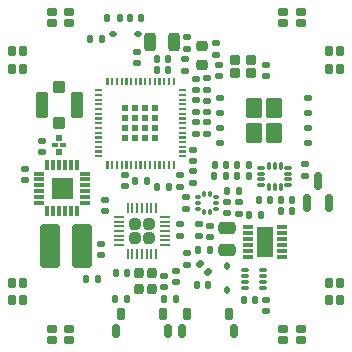
<source format=gbr>
%TF.GenerationSoftware,KiCad,Pcbnew,9.0.5*%
%TF.CreationDate,2025-10-07T19:58:39+02:00*%
%TF.ProjectId,Kolibri v0.6,4b6f6c69-6272-4692-9076-302e362e6b69,rev?*%
%TF.SameCoordinates,Original*%
%TF.FileFunction,Paste,Top*%
%TF.FilePolarity,Positive*%
%FSLAX46Y46*%
G04 Gerber Fmt 4.6, Leading zero omitted, Abs format (unit mm)*
G04 Created by KiCad (PCBNEW 9.0.5) date 2025-10-07 19:58:39*
%MOMM*%
%LPD*%
G01*
G04 APERTURE LIST*
G04 Aperture macros list*
%AMRoundRect*
0 Rectangle with rounded corners*
0 $1 Rounding radius*
0 $2 $3 $4 $5 $6 $7 $8 $9 X,Y pos of 4 corners*
0 Add a 4 corners polygon primitive as box body*
4,1,4,$2,$3,$4,$5,$6,$7,$8,$9,$2,$3,0*
0 Add four circle primitives for the rounded corners*
1,1,$1+$1,$2,$3*
1,1,$1+$1,$4,$5*
1,1,$1+$1,$6,$7*
1,1,$1+$1,$8,$9*
0 Add four rect primitives between the rounded corners*
20,1,$1+$1,$2,$3,$4,$5,0*
20,1,$1+$1,$4,$5,$6,$7,0*
20,1,$1+$1,$6,$7,$8,$9,0*
20,1,$1+$1,$8,$9,$2,$3,0*%
G04 Aperture macros list end*
%ADD10C,0.100000*%
%ADD11RoundRect,0.135000X-0.185000X0.135000X-0.185000X-0.135000X0.185000X-0.135000X0.185000X0.135000X0*%
%ADD12RoundRect,0.147500X0.172500X-0.147500X0.172500X0.147500X-0.172500X0.147500X-0.172500X-0.147500X0*%
%ADD13RoundRect,0.097500X-0.302500X-0.227500X0.302500X-0.227500X0.302500X0.227500X-0.302500X0.227500X0*%
%ADD14RoundRect,0.140000X-0.140000X-0.170000X0.140000X-0.170000X0.140000X0.170000X-0.140000X0.170000X0*%
%ADD15R,0.850000X0.300000*%
%ADD16R,0.300000X0.850000*%
%ADD17RoundRect,0.135000X-0.135000X-0.185000X0.135000X-0.185000X0.135000X0.185000X-0.135000X0.185000X0*%
%ADD18RoundRect,0.140000X-0.170000X0.140000X-0.170000X-0.140000X0.170000X-0.140000X0.170000X0.140000X0*%
%ADD19RoundRect,0.140000X0.140000X0.170000X-0.140000X0.170000X-0.140000X-0.170000X0.140000X-0.170000X0*%
%ADD20RoundRect,0.250000X0.600000X1.600000X-0.600000X1.600000X-0.600000X-1.600000X0.600000X-1.600000X0*%
%ADD21RoundRect,0.140000X0.170000X-0.140000X0.170000X0.140000X-0.170000X0.140000X-0.170000X-0.140000X0*%
%ADD22RoundRect,0.112500X-0.112500X0.187500X-0.112500X-0.187500X0.112500X-0.187500X0.112500X0.187500X0*%
%ADD23R,0.900000X0.300000*%
%ADD24R,1.400000X2.600000*%
%ADD25RoundRect,0.097500X-0.227500X0.302500X-0.227500X-0.302500X0.227500X-0.302500X0.227500X0.302500X0*%
%ADD26RoundRect,0.135000X0.135000X0.185000X-0.135000X0.185000X-0.135000X-0.185000X0.135000X-0.185000X0*%
%ADD27RoundRect,0.135000X0.185000X-0.135000X0.185000X0.135000X-0.185000X0.135000X-0.185000X-0.135000X0*%
%ADD28RoundRect,0.175000X-0.175000X-0.375000X0.175000X-0.375000X0.175000X0.375000X-0.175000X0.375000X0*%
%ADD29RoundRect,0.150000X-0.150000X-0.450000X0.150000X-0.450000X0.150000X0.450000X-0.150000X0.450000X0*%
%ADD30RoundRect,0.100000X0.400000X0.400000X-0.400000X0.400000X-0.400000X-0.400000X0.400000X-0.400000X0*%
%ADD31RoundRect,0.105000X0.420000X0.995000X-0.420000X0.995000X-0.420000X-0.995000X0.420000X-0.995000X0*%
%ADD32RoundRect,0.112500X-0.187500X-0.112500X0.187500X-0.112500X0.187500X0.112500X-0.187500X0.112500X0*%
%ADD33RoundRect,0.097500X0.302500X0.227500X-0.302500X0.227500X-0.302500X-0.227500X0.302500X-0.227500X0*%
%ADD34RoundRect,0.250000X-0.250000X-0.550000X0.250000X-0.550000X0.250000X0.550000X-0.250000X0.550000X0*%
%ADD35RoundRect,0.147500X-0.226274X-0.017678X-0.017678X-0.226274X0.226274X0.017678X0.017678X0.226274X0*%
%ADD36RoundRect,0.200000X-0.250000X-0.200000X0.250000X-0.200000X0.250000X0.200000X-0.250000X0.200000X0*%
%ADD37RoundRect,0.087500X-0.225000X-0.087500X0.225000X-0.087500X0.225000X0.087500X-0.225000X0.087500X0*%
%ADD38RoundRect,0.087500X-0.087500X-0.225000X0.087500X-0.225000X0.087500X0.225000X-0.087500X0.225000X0*%
%ADD39RoundRect,0.050000X-0.285000X-0.100000X0.285000X-0.100000X0.285000X0.100000X-0.285000X0.100000X0*%
%ADD40RoundRect,0.200000X0.200000X-0.250000X0.200000X0.250000X-0.200000X0.250000X-0.200000X-0.250000X0*%
%ADD41RoundRect,0.087500X0.087500X-0.125000X0.087500X0.125000X-0.087500X0.125000X-0.087500X-0.125000X0*%
%ADD42RoundRect,0.087500X0.125000X-0.087500X0.125000X0.087500X-0.125000X0.087500X-0.125000X-0.087500X0*%
%ADD43R,0.550000X0.550000*%
%ADD44RoundRect,0.250000X0.435000X0.615000X-0.435000X0.615000X-0.435000X-0.615000X0.435000X-0.615000X0*%
%ADD45RoundRect,0.125000X0.200000X0.125000X-0.200000X0.125000X-0.200000X-0.125000X0.200000X-0.125000X0*%
%ADD46RoundRect,0.218750X0.256250X-0.218750X0.256250X0.218750X-0.256250X0.218750X-0.256250X-0.218750X0*%
%ADD47RoundRect,0.147500X-0.172500X0.147500X-0.172500X-0.147500X0.172500X-0.147500X0.172500X0.147500X0*%
%ADD48RoundRect,0.250000X0.475000X-0.250000X0.475000X0.250000X-0.475000X0.250000X-0.475000X-0.250000X0*%
%ADD49RoundRect,0.150000X0.150000X-0.587500X0.150000X0.587500X-0.150000X0.587500X-0.150000X-0.587500X0*%
%ADD50R,0.500000X0.300000*%
%ADD51RoundRect,0.242500X0.242500X0.242500X-0.242500X0.242500X-0.242500X-0.242500X0.242500X-0.242500X0*%
%ADD52RoundRect,0.062500X0.350000X0.062500X-0.350000X0.062500X-0.350000X-0.062500X0.350000X-0.062500X0*%
%ADD53RoundRect,0.062500X0.062500X0.350000X-0.062500X0.350000X-0.062500X-0.350000X0.062500X-0.350000X0*%
%ADD54RoundRect,0.097500X0.227500X-0.302500X0.227500X0.302500X-0.227500X0.302500X-0.227500X-0.302500X0*%
G04 APERTURE END LIST*
%TO.C,IC1*%
G36*
X89450000Y-100150000D02*
G01*
X91250000Y-100150000D01*
X91250000Y-101950000D01*
X89450000Y-101950000D01*
X89450000Y-100150000D01*
G37*
%TO.C,U1*%
D10*
X93125000Y-92650000D02*
X93675000Y-92650000D01*
X93675000Y-92750000D01*
X93125000Y-92750000D01*
X93125000Y-92650000D01*
G36*
X93125000Y-92650000D02*
G01*
X93675000Y-92650000D01*
X93675000Y-92750000D01*
X93125000Y-92750000D01*
X93125000Y-92650000D01*
G37*
X93125000Y-93050000D02*
X93675000Y-93050000D01*
X93675000Y-93150000D01*
X93125000Y-93150000D01*
X93125000Y-93050000D01*
G36*
X93125000Y-93050000D02*
G01*
X93675000Y-93050000D01*
X93675000Y-93150000D01*
X93125000Y-93150000D01*
X93125000Y-93050000D01*
G37*
X93125000Y-93450000D02*
X93675000Y-93450000D01*
X93675000Y-93550000D01*
X93125000Y-93550000D01*
X93125000Y-93450000D01*
G36*
X93125000Y-93450000D02*
G01*
X93675000Y-93450000D01*
X93675000Y-93550000D01*
X93125000Y-93550000D01*
X93125000Y-93450000D01*
G37*
X93125000Y-93850000D02*
X93675000Y-93850000D01*
X93675000Y-93950000D01*
X93125000Y-93950000D01*
X93125000Y-93850000D01*
G36*
X93125000Y-93850000D02*
G01*
X93675000Y-93850000D01*
X93675000Y-93950000D01*
X93125000Y-93950000D01*
X93125000Y-93850000D01*
G37*
X93125000Y-94250000D02*
X93675000Y-94250000D01*
X93675000Y-94350000D01*
X93125000Y-94350000D01*
X93125000Y-94250000D01*
G36*
X93125000Y-94250000D02*
G01*
X93675000Y-94250000D01*
X93675000Y-94350000D01*
X93125000Y-94350000D01*
X93125000Y-94250000D01*
G37*
X93125000Y-94650000D02*
X93675000Y-94650000D01*
X93675000Y-94750000D01*
X93125000Y-94750000D01*
X93125000Y-94650000D01*
G36*
X93125000Y-94650000D02*
G01*
X93675000Y-94650000D01*
X93675000Y-94750000D01*
X93125000Y-94750000D01*
X93125000Y-94650000D01*
G37*
X93125000Y-95050000D02*
X93675000Y-95050000D01*
X93675000Y-95150000D01*
X93125000Y-95150000D01*
X93125000Y-95050000D01*
G36*
X93125000Y-95050000D02*
G01*
X93675000Y-95050000D01*
X93675000Y-95150000D01*
X93125000Y-95150000D01*
X93125000Y-95050000D01*
G37*
X93125000Y-95450000D02*
X93675000Y-95450000D01*
X93675000Y-95550000D01*
X93125000Y-95550000D01*
X93125000Y-95450000D01*
G36*
X93125000Y-95450000D02*
G01*
X93675000Y-95450000D01*
X93675000Y-95550000D01*
X93125000Y-95550000D01*
X93125000Y-95450000D01*
G37*
X93125000Y-95850000D02*
X93675000Y-95850000D01*
X93675000Y-95950000D01*
X93125000Y-95950000D01*
X93125000Y-95850000D01*
G36*
X93125000Y-95850000D02*
G01*
X93675000Y-95850000D01*
X93675000Y-95950000D01*
X93125000Y-95950000D01*
X93125000Y-95850000D01*
G37*
X93125000Y-96250000D02*
X93675000Y-96250000D01*
X93675000Y-96350000D01*
X93125000Y-96350000D01*
X93125000Y-96250000D01*
G36*
X93125000Y-96250000D02*
G01*
X93675000Y-96250000D01*
X93675000Y-96350000D01*
X93125000Y-96350000D01*
X93125000Y-96250000D01*
G37*
X93125000Y-96650000D02*
X93675000Y-96650000D01*
X93675000Y-96750000D01*
X93125000Y-96750000D01*
X93125000Y-96650000D01*
G36*
X93125000Y-96650000D02*
G01*
X93675000Y-96650000D01*
X93675000Y-96750000D01*
X93125000Y-96750000D01*
X93125000Y-96650000D01*
G37*
X93125000Y-97050000D02*
X93675000Y-97050000D01*
X93675000Y-97150000D01*
X93125000Y-97150000D01*
X93125000Y-97050000D01*
G36*
X93125000Y-97050000D02*
G01*
X93675000Y-97050000D01*
X93675000Y-97150000D01*
X93125000Y-97150000D01*
X93125000Y-97050000D01*
G37*
X93125000Y-97450000D02*
X93675000Y-97450000D01*
X93675000Y-97550000D01*
X93125000Y-97550000D01*
X93125000Y-97450000D01*
G36*
X93125000Y-97450000D02*
G01*
X93675000Y-97450000D01*
X93675000Y-97550000D01*
X93125000Y-97550000D01*
X93125000Y-97450000D01*
G37*
X93125000Y-97850000D02*
X93675000Y-97850000D01*
X93675000Y-97950000D01*
X93125000Y-97950000D01*
X93125000Y-97850000D01*
G36*
X93125000Y-97850000D02*
G01*
X93675000Y-97850000D01*
X93675000Y-97950000D01*
X93125000Y-97950000D01*
X93125000Y-97850000D01*
G37*
X93125000Y-98250000D02*
X93675000Y-98250000D01*
X93675000Y-98350000D01*
X93125000Y-98350000D01*
X93125000Y-98250000D01*
G36*
X93125000Y-98250000D02*
G01*
X93675000Y-98250000D01*
X93675000Y-98350000D01*
X93125000Y-98350000D01*
X93125000Y-98250000D01*
G37*
X94100000Y-91675000D02*
X94200000Y-91675000D01*
X94200000Y-92225000D01*
X94100000Y-92225000D01*
X94100000Y-91675000D01*
G36*
X94100000Y-91675000D02*
G01*
X94200000Y-91675000D01*
X94200000Y-92225000D01*
X94100000Y-92225000D01*
X94100000Y-91675000D01*
G37*
X94100000Y-98775000D02*
X94200000Y-98775000D01*
X94200000Y-99325000D01*
X94100000Y-99325000D01*
X94100000Y-98775000D01*
G36*
X94100000Y-98775000D02*
G01*
X94200000Y-98775000D01*
X94200000Y-99325000D01*
X94100000Y-99325000D01*
X94100000Y-98775000D01*
G37*
X94500000Y-91675000D02*
X94600000Y-91675000D01*
X94600000Y-92225000D01*
X94500000Y-92225000D01*
X94500000Y-91675000D01*
G36*
X94500000Y-91675000D02*
G01*
X94600000Y-91675000D01*
X94600000Y-92225000D01*
X94500000Y-92225000D01*
X94500000Y-91675000D01*
G37*
X94500000Y-98775000D02*
X94600000Y-98775000D01*
X94600000Y-99325000D01*
X94500000Y-99325000D01*
X94500000Y-98775000D01*
G36*
X94500000Y-98775000D02*
G01*
X94600000Y-98775000D01*
X94600000Y-99325000D01*
X94500000Y-99325000D01*
X94500000Y-98775000D01*
G37*
X94900000Y-91675000D02*
X95000000Y-91675000D01*
X95000000Y-92225000D01*
X94900000Y-92225000D01*
X94900000Y-91675000D01*
G36*
X94900000Y-91675000D02*
G01*
X95000000Y-91675000D01*
X95000000Y-92225000D01*
X94900000Y-92225000D01*
X94900000Y-91675000D01*
G37*
X94900000Y-98775000D02*
X95000000Y-98775000D01*
X95000000Y-99325000D01*
X94900000Y-99325000D01*
X94900000Y-98775000D01*
G36*
X94900000Y-98775000D02*
G01*
X95000000Y-98775000D01*
X95000000Y-99325000D01*
X94900000Y-99325000D01*
X94900000Y-98775000D01*
G37*
X95300000Y-91675000D02*
X95400000Y-91675000D01*
X95400000Y-92225000D01*
X95300000Y-92225000D01*
X95300000Y-91675000D01*
G36*
X95300000Y-91675000D02*
G01*
X95400000Y-91675000D01*
X95400000Y-92225000D01*
X95300000Y-92225000D01*
X95300000Y-91675000D01*
G37*
X95300000Y-98775000D02*
X95400000Y-98775000D01*
X95400000Y-99325000D01*
X95300000Y-99325000D01*
X95300000Y-98775000D01*
G36*
X95300000Y-98775000D02*
G01*
X95400000Y-98775000D01*
X95400000Y-99325000D01*
X95300000Y-99325000D01*
X95300000Y-98775000D01*
G37*
X95700000Y-91675000D02*
X95800000Y-91675000D01*
X95800000Y-92225000D01*
X95700000Y-92225000D01*
X95700000Y-91675000D01*
G36*
X95700000Y-91675000D02*
G01*
X95800000Y-91675000D01*
X95800000Y-92225000D01*
X95700000Y-92225000D01*
X95700000Y-91675000D01*
G37*
X95700000Y-98775000D02*
X95800000Y-98775000D01*
X95800000Y-99325000D01*
X95700000Y-99325000D01*
X95700000Y-98775000D01*
G36*
X95700000Y-98775000D02*
G01*
X95800000Y-98775000D01*
X95800000Y-99325000D01*
X95700000Y-99325000D01*
X95700000Y-98775000D01*
G37*
X96100000Y-91675000D02*
X96200000Y-91675000D01*
X96200000Y-92225000D01*
X96100000Y-92225000D01*
X96100000Y-91675000D01*
G36*
X96100000Y-91675000D02*
G01*
X96200000Y-91675000D01*
X96200000Y-92225000D01*
X96100000Y-92225000D01*
X96100000Y-91675000D01*
G37*
X96100000Y-98775000D02*
X96200000Y-98775000D01*
X96200000Y-99325000D01*
X96100000Y-99325000D01*
X96100000Y-98775000D01*
G36*
X96100000Y-98775000D02*
G01*
X96200000Y-98775000D01*
X96200000Y-99325000D01*
X96100000Y-99325000D01*
X96100000Y-98775000D01*
G37*
X96500000Y-91675000D02*
X96600000Y-91675000D01*
X96600000Y-92225000D01*
X96500000Y-92225000D01*
X96500000Y-91675000D01*
G36*
X96500000Y-91675000D02*
G01*
X96600000Y-91675000D01*
X96600000Y-92225000D01*
X96500000Y-92225000D01*
X96500000Y-91675000D01*
G37*
X96500000Y-98775000D02*
X96600000Y-98775000D01*
X96600000Y-99325000D01*
X96500000Y-99325000D01*
X96500000Y-98775000D01*
G36*
X96500000Y-98775000D02*
G01*
X96600000Y-98775000D01*
X96600000Y-99325000D01*
X96500000Y-99325000D01*
X96500000Y-98775000D01*
G37*
X96900000Y-91675000D02*
X97000000Y-91675000D01*
X97000000Y-92225000D01*
X96900000Y-92225000D01*
X96900000Y-91675000D01*
G36*
X96900000Y-91675000D02*
G01*
X97000000Y-91675000D01*
X97000000Y-92225000D01*
X96900000Y-92225000D01*
X96900000Y-91675000D01*
G37*
X96900000Y-98775000D02*
X97000000Y-98775000D01*
X97000000Y-99325000D01*
X96900000Y-99325000D01*
X96900000Y-98775000D01*
G36*
X96900000Y-98775000D02*
G01*
X97000000Y-98775000D01*
X97000000Y-99325000D01*
X96900000Y-99325000D01*
X96900000Y-98775000D01*
G37*
X97300000Y-91675000D02*
X97400000Y-91675000D01*
X97400000Y-92225000D01*
X97300000Y-92225000D01*
X97300000Y-91675000D01*
G36*
X97300000Y-91675000D02*
G01*
X97400000Y-91675000D01*
X97400000Y-92225000D01*
X97300000Y-92225000D01*
X97300000Y-91675000D01*
G37*
X97300000Y-98775000D02*
X97400000Y-98775000D01*
X97400000Y-99325000D01*
X97300000Y-99325000D01*
X97300000Y-98775000D01*
G36*
X97300000Y-98775000D02*
G01*
X97400000Y-98775000D01*
X97400000Y-99325000D01*
X97300000Y-99325000D01*
X97300000Y-98775000D01*
G37*
X97700000Y-91675000D02*
X97800000Y-91675000D01*
X97800000Y-92225000D01*
X97700000Y-92225000D01*
X97700000Y-91675000D01*
G36*
X97700000Y-91675000D02*
G01*
X97800000Y-91675000D01*
X97800000Y-92225000D01*
X97700000Y-92225000D01*
X97700000Y-91675000D01*
G37*
X97700000Y-98775000D02*
X97800000Y-98775000D01*
X97800000Y-99325000D01*
X97700000Y-99325000D01*
X97700000Y-98775000D01*
G36*
X97700000Y-98775000D02*
G01*
X97800000Y-98775000D01*
X97800000Y-99325000D01*
X97700000Y-99325000D01*
X97700000Y-98775000D01*
G37*
X98100000Y-91675000D02*
X98200000Y-91675000D01*
X98200000Y-92225000D01*
X98100000Y-92225000D01*
X98100000Y-91675000D01*
G36*
X98100000Y-91675000D02*
G01*
X98200000Y-91675000D01*
X98200000Y-92225000D01*
X98100000Y-92225000D01*
X98100000Y-91675000D01*
G37*
X98100000Y-98775000D02*
X98200000Y-98775000D01*
X98200000Y-99325000D01*
X98100000Y-99325000D01*
X98100000Y-98775000D01*
G36*
X98100000Y-98775000D02*
G01*
X98200000Y-98775000D01*
X98200000Y-99325000D01*
X98100000Y-99325000D01*
X98100000Y-98775000D01*
G37*
X98500000Y-91675000D02*
X98600000Y-91675000D01*
X98600000Y-92225000D01*
X98500000Y-92225000D01*
X98500000Y-91675000D01*
G36*
X98500000Y-91675000D02*
G01*
X98600000Y-91675000D01*
X98600000Y-92225000D01*
X98500000Y-92225000D01*
X98500000Y-91675000D01*
G37*
X98500000Y-98775000D02*
X98600000Y-98775000D01*
X98600000Y-99325000D01*
X98500000Y-99325000D01*
X98500000Y-98775000D01*
G36*
X98500000Y-98775000D02*
G01*
X98600000Y-98775000D01*
X98600000Y-99325000D01*
X98500000Y-99325000D01*
X98500000Y-98775000D01*
G37*
X98900000Y-91675000D02*
X99000000Y-91675000D01*
X99000000Y-92225000D01*
X98900000Y-92225000D01*
X98900000Y-91675000D01*
G36*
X98900000Y-91675000D02*
G01*
X99000000Y-91675000D01*
X99000000Y-92225000D01*
X98900000Y-92225000D01*
X98900000Y-91675000D01*
G37*
X98900000Y-98775000D02*
X99000000Y-98775000D01*
X99000000Y-99325000D01*
X98900000Y-99325000D01*
X98900000Y-98775000D01*
G36*
X98900000Y-98775000D02*
G01*
X99000000Y-98775000D01*
X99000000Y-99325000D01*
X98900000Y-99325000D01*
X98900000Y-98775000D01*
G37*
X99300000Y-91675000D02*
X99400000Y-91675000D01*
X99400000Y-92225000D01*
X99300000Y-92225000D01*
X99300000Y-91675000D01*
G36*
X99300000Y-91675000D02*
G01*
X99400000Y-91675000D01*
X99400000Y-92225000D01*
X99300000Y-92225000D01*
X99300000Y-91675000D01*
G37*
X99300000Y-98775000D02*
X99400000Y-98775000D01*
X99400000Y-99325000D01*
X99300000Y-99325000D01*
X99300000Y-98775000D01*
G36*
X99300000Y-98775000D02*
G01*
X99400000Y-98775000D01*
X99400000Y-99325000D01*
X99300000Y-99325000D01*
X99300000Y-98775000D01*
G37*
X99700000Y-91675000D02*
X99800000Y-91675000D01*
X99800000Y-92225000D01*
X99700000Y-92225000D01*
X99700000Y-91675000D01*
G36*
X99700000Y-91675000D02*
G01*
X99800000Y-91675000D01*
X99800000Y-92225000D01*
X99700000Y-92225000D01*
X99700000Y-91675000D01*
G37*
X99700000Y-98775000D02*
X99800000Y-98775000D01*
X99800000Y-99325000D01*
X99700000Y-99325000D01*
X99700000Y-98775000D01*
G36*
X99700000Y-98775000D02*
G01*
X99800000Y-98775000D01*
X99800000Y-99325000D01*
X99700000Y-99325000D01*
X99700000Y-98775000D01*
G37*
X100225000Y-92650000D02*
X100775000Y-92650000D01*
X100775000Y-92750000D01*
X100225000Y-92750000D01*
X100225000Y-92650000D01*
G36*
X100225000Y-92650000D02*
G01*
X100775000Y-92650000D01*
X100775000Y-92750000D01*
X100225000Y-92750000D01*
X100225000Y-92650000D01*
G37*
X100225000Y-93050000D02*
X100775000Y-93050000D01*
X100775000Y-93150000D01*
X100225000Y-93150000D01*
X100225000Y-93050000D01*
G36*
X100225000Y-93050000D02*
G01*
X100775000Y-93050000D01*
X100775000Y-93150000D01*
X100225000Y-93150000D01*
X100225000Y-93050000D01*
G37*
X100225000Y-93450000D02*
X100775000Y-93450000D01*
X100775000Y-93550000D01*
X100225000Y-93550000D01*
X100225000Y-93450000D01*
G36*
X100225000Y-93450000D02*
G01*
X100775000Y-93450000D01*
X100775000Y-93550000D01*
X100225000Y-93550000D01*
X100225000Y-93450000D01*
G37*
X100225000Y-93850000D02*
X100775000Y-93850000D01*
X100775000Y-93950000D01*
X100225000Y-93950000D01*
X100225000Y-93850000D01*
G36*
X100225000Y-93850000D02*
G01*
X100775000Y-93850000D01*
X100775000Y-93950000D01*
X100225000Y-93950000D01*
X100225000Y-93850000D01*
G37*
X100225000Y-94250000D02*
X100775000Y-94250000D01*
X100775000Y-94350000D01*
X100225000Y-94350000D01*
X100225000Y-94250000D01*
G36*
X100225000Y-94250000D02*
G01*
X100775000Y-94250000D01*
X100775000Y-94350000D01*
X100225000Y-94350000D01*
X100225000Y-94250000D01*
G37*
X100225000Y-94650000D02*
X100775000Y-94650000D01*
X100775000Y-94750000D01*
X100225000Y-94750000D01*
X100225000Y-94650000D01*
G36*
X100225000Y-94650000D02*
G01*
X100775000Y-94650000D01*
X100775000Y-94750000D01*
X100225000Y-94750000D01*
X100225000Y-94650000D01*
G37*
X100225000Y-95050000D02*
X100775000Y-95050000D01*
X100775000Y-95150000D01*
X100225000Y-95150000D01*
X100225000Y-95050000D01*
G36*
X100225000Y-95050000D02*
G01*
X100775000Y-95050000D01*
X100775000Y-95150000D01*
X100225000Y-95150000D01*
X100225000Y-95050000D01*
G37*
X100225000Y-95450000D02*
X100775000Y-95450000D01*
X100775000Y-95550000D01*
X100225000Y-95550000D01*
X100225000Y-95450000D01*
G36*
X100225000Y-95450000D02*
G01*
X100775000Y-95450000D01*
X100775000Y-95550000D01*
X100225000Y-95550000D01*
X100225000Y-95450000D01*
G37*
X100225000Y-95850000D02*
X100775000Y-95850000D01*
X100775000Y-95950000D01*
X100225000Y-95950000D01*
X100225000Y-95850000D01*
G36*
X100225000Y-95850000D02*
G01*
X100775000Y-95850000D01*
X100775000Y-95950000D01*
X100225000Y-95950000D01*
X100225000Y-95850000D01*
G37*
X100225000Y-96250000D02*
X100775000Y-96250000D01*
X100775000Y-96350000D01*
X100225000Y-96350000D01*
X100225000Y-96250000D01*
G36*
X100225000Y-96250000D02*
G01*
X100775000Y-96250000D01*
X100775000Y-96350000D01*
X100225000Y-96350000D01*
X100225000Y-96250000D01*
G37*
X100225000Y-96650000D02*
X100775000Y-96650000D01*
X100775000Y-96750000D01*
X100225000Y-96750000D01*
X100225000Y-96650000D01*
G36*
X100225000Y-96650000D02*
G01*
X100775000Y-96650000D01*
X100775000Y-96750000D01*
X100225000Y-96750000D01*
X100225000Y-96650000D01*
G37*
X100225000Y-97050000D02*
X100775000Y-97050000D01*
X100775000Y-97150000D01*
X100225000Y-97150000D01*
X100225000Y-97050000D01*
G36*
X100225000Y-97050000D02*
G01*
X100775000Y-97050000D01*
X100775000Y-97150000D01*
X100225000Y-97150000D01*
X100225000Y-97050000D01*
G37*
X100225000Y-97450000D02*
X100775000Y-97450000D01*
X100775000Y-97550000D01*
X100225000Y-97550000D01*
X100225000Y-97450000D01*
G36*
X100225000Y-97450000D02*
G01*
X100775000Y-97450000D01*
X100775000Y-97550000D01*
X100225000Y-97550000D01*
X100225000Y-97450000D01*
G37*
X100225000Y-97850000D02*
X100775000Y-97850000D01*
X100775000Y-97950000D01*
X100225000Y-97950000D01*
X100225000Y-97850000D01*
G36*
X100225000Y-97850000D02*
G01*
X100775000Y-97850000D01*
X100775000Y-97950000D01*
X100225000Y-97950000D01*
X100225000Y-97850000D01*
G37*
X100225000Y-98250000D02*
X100775000Y-98250000D01*
X100775000Y-98350000D01*
X100225000Y-98350000D01*
X100225000Y-98250000D01*
G36*
X100225000Y-98250000D02*
G01*
X100775000Y-98250000D01*
X100775000Y-98350000D01*
X100225000Y-98350000D01*
X100225000Y-98250000D01*
G37*
%TD*%
D11*
%TO.C,R1*%
X105300000Y-102190000D03*
X105300000Y-103210000D03*
%TD*%
D12*
%TO.C,L4*%
X99950000Y-108985000D03*
X99950000Y-108015000D03*
%TD*%
D13*
%TO.C,D9*%
X109050000Y-86125000D03*
X110550000Y-86125000D03*
X109050000Y-87075000D03*
X110550000Y-87075000D03*
%TD*%
D14*
%TO.C,C38*%
X94870000Y-108250000D03*
X95830000Y-108250000D03*
%TD*%
D15*
%TO.C,IC1*%
X88400000Y-99800000D03*
X88400000Y-100300000D03*
X88400000Y-100800000D03*
X88400000Y-101300000D03*
X88400000Y-101800000D03*
X88400000Y-102300000D03*
D16*
X89100000Y-103000000D03*
X89600000Y-103000000D03*
X90100000Y-103000000D03*
X90600000Y-103000000D03*
X91100000Y-103000000D03*
X91600000Y-103000000D03*
D15*
X92300000Y-102300000D03*
X92300000Y-101800000D03*
X92300000Y-101300000D03*
X92300000Y-100800000D03*
X92300000Y-100300000D03*
X92300000Y-99800000D03*
D16*
X91600000Y-99100000D03*
X91100000Y-99100000D03*
X90600000Y-99100000D03*
X90100000Y-99100000D03*
X89600000Y-99100000D03*
X89100000Y-99100000D03*
%TD*%
D17*
%TO.C,R2*%
X106190000Y-103300000D03*
X107210000Y-103300000D03*
%TD*%
D18*
%TO.C,C81*%
X110950000Y-99020000D03*
X110950000Y-99980000D03*
%TD*%
D19*
%TO.C,C35*%
X99380000Y-100900000D03*
X98420000Y-100900000D03*
%TD*%
D20*
%TO.C,L8*%
X92050000Y-105950000D03*
X89350000Y-105950000D03*
%TD*%
D19*
%TO.C,C22*%
X109830000Y-103000000D03*
X108870000Y-103000000D03*
%TD*%
D21*
%TO.C,C30*%
X96700000Y-90430000D03*
X96700000Y-89470000D03*
%TD*%
D14*
%TO.C,C87*%
X107020000Y-102050000D03*
X107980000Y-102050000D03*
%TD*%
D22*
%TO.C,D13*%
X104300000Y-107600000D03*
X104300000Y-109700000D03*
%TD*%
D21*
%TO.C,C14*%
X95650000Y-100880000D03*
X95650000Y-99920000D03*
%TD*%
D23*
%TO.C,IC5*%
X106050000Y-104350000D03*
X106050000Y-104850000D03*
X106050000Y-105350000D03*
X106050000Y-105850000D03*
X106050000Y-106350000D03*
X106050000Y-106850000D03*
X108950000Y-106850000D03*
X108950000Y-106350000D03*
X108950000Y-105850000D03*
X108950000Y-105350000D03*
X108950000Y-104850000D03*
X108950000Y-104350000D03*
D24*
X107500000Y-105600000D03*
%TD*%
D25*
%TO.C,D8*%
X113875000Y-89450000D03*
X113875000Y-90950000D03*
X112925000Y-89450000D03*
X112925000Y-90950000D03*
%TD*%
D21*
%TO.C,C79*%
X107650000Y-91580000D03*
X107650000Y-90620000D03*
%TD*%
D19*
%TO.C,C21*%
X109830000Y-102050000D03*
X108870000Y-102050000D03*
%TD*%
D26*
%TO.C,R4*%
X97560000Y-100450000D03*
X96540000Y-100450000D03*
%TD*%
D18*
%TO.C,C31*%
X107600000Y-110470000D03*
X107600000Y-111430000D03*
%TD*%
D19*
%TO.C,C32*%
X102730000Y-109250000D03*
X101770000Y-109250000D03*
%TD*%
D21*
%TO.C,C77*%
X101700000Y-92730000D03*
X101700000Y-91770000D03*
%TD*%
D25*
%TO.C,D3*%
X87075000Y-89450000D03*
X87075000Y-90950000D03*
X86125000Y-89450000D03*
X86125000Y-90950000D03*
%TD*%
D27*
%TO.C,R24*%
X101700000Y-94610000D03*
X101700000Y-93590000D03*
%TD*%
D28*
%TO.C,SW1*%
X95350000Y-111700000D03*
X98850000Y-111700000D03*
D29*
X99300000Y-113150000D03*
X94900000Y-113150000D03*
%TD*%
D21*
%TO.C,C80*%
X103650000Y-91580000D03*
X103650000Y-90620000D03*
%TD*%
D30*
%TO.C,J3*%
X90100000Y-95500000D03*
D31*
X88625000Y-94000000D03*
D30*
X90100000Y-92500000D03*
D31*
X91575000Y-94000000D03*
%TD*%
D18*
%TO.C,C11*%
X100750000Y-90120000D03*
X100750000Y-91080000D03*
%TD*%
D26*
%TO.C,R6*%
X95860000Y-110450000D03*
X94840000Y-110450000D03*
%TD*%
D27*
%TO.C,R25*%
X102650000Y-92760000D03*
X102650000Y-91740000D03*
%TD*%
D32*
%TO.C,D12*%
X94650000Y-88000000D03*
X96750000Y-88000000D03*
%TD*%
D33*
%TO.C,D5*%
X90950000Y-113875000D03*
X89450000Y-113875000D03*
X90950000Y-112925000D03*
X89450000Y-112925000D03*
%TD*%
D18*
%TO.C,C86*%
X102650000Y-95470000D03*
X102650000Y-96430000D03*
%TD*%
D14*
%TO.C,C13*%
X98370000Y-91050000D03*
X99330000Y-91050000D03*
%TD*%
D34*
%TO.C,L1*%
X97800000Y-88700000D03*
X99800000Y-88700000D03*
%TD*%
D35*
%TO.C,L3*%
X102007053Y-107457053D03*
X102692947Y-108142947D03*
%TD*%
D36*
%TO.C,Y4*%
X104950000Y-91300000D03*
X106350000Y-91300000D03*
X106350000Y-90200000D03*
X104950000Y-90200000D03*
%TD*%
D17*
%TO.C,R18*%
X92340000Y-108700000D03*
X93360000Y-108700000D03*
%TD*%
D21*
%TO.C,C23*%
X100850000Y-102780000D03*
X100850000Y-101820000D03*
%TD*%
%TO.C,C67*%
X102900000Y-105180000D03*
X102900000Y-104220000D03*
%TD*%
D18*
%TO.C,C56*%
X101400000Y-97770000D03*
X101400000Y-98730000D03*
%TD*%
%TO.C,C39*%
X99000000Y-108470000D03*
X99000000Y-109430000D03*
%TD*%
D14*
%TO.C,C12*%
X98370000Y-90100000D03*
X99330000Y-90100000D03*
%TD*%
D37*
%TO.C,U12*%
X107187500Y-99300000D03*
X107187500Y-99800000D03*
X107187500Y-100300000D03*
X107187500Y-100800000D03*
D38*
X107850000Y-100962500D03*
X108350000Y-100962500D03*
X108850000Y-100962500D03*
D37*
X109512500Y-100800000D03*
X109512500Y-100300000D03*
X109512500Y-99800000D03*
X109512500Y-99300000D03*
D38*
X108850000Y-99137500D03*
X108350000Y-99137500D03*
X107850000Y-99137500D03*
%TD*%
D14*
%TO.C,C83*%
X105720000Y-110500000D03*
X106680000Y-110500000D03*
%TD*%
D39*
%TO.C,U4*%
X105860000Y-107987500D03*
X105860000Y-108487500D03*
X105860000Y-108987500D03*
X105860000Y-109487500D03*
X107340000Y-109487500D03*
X107340000Y-108987500D03*
X107340000Y-108487500D03*
X107340000Y-107987500D03*
%TD*%
D40*
%TO.C,Y2*%
X97950000Y-109600000D03*
X97950000Y-108200000D03*
X96850000Y-108200000D03*
X96850000Y-109600000D03*
%TD*%
D21*
%TO.C,C70*%
X93650000Y-106730000D03*
X93650000Y-105770000D03*
%TD*%
D41*
%TO.C,U11*%
X102350000Y-103062500D03*
X102850000Y-103062500D03*
D42*
X103362500Y-102800000D03*
X103362500Y-102300000D03*
X103362500Y-101800000D03*
D41*
X102850000Y-101537500D03*
X102350000Y-101537500D03*
D42*
X101837500Y-101800000D03*
X101837500Y-102300000D03*
X101837500Y-102800000D03*
%TD*%
D43*
%TO.C,U1*%
X95675000Y-94225000D03*
X95675000Y-95075000D03*
X95675000Y-95925000D03*
X95675000Y-96775000D03*
X96525000Y-94225000D03*
X96525000Y-95075000D03*
X96525000Y-95925000D03*
X96525000Y-96775000D03*
X97375000Y-94225000D03*
X97375000Y-95075000D03*
X97375000Y-95925000D03*
X97375000Y-96775000D03*
X98225000Y-94225000D03*
X98225000Y-95075000D03*
X98225000Y-95925000D03*
X98225000Y-96775000D03*
%TD*%
D26*
%TO.C,R27*%
X95210000Y-86650000D03*
X94190000Y-86650000D03*
%TD*%
D28*
%TO.C,SW2*%
X100950000Y-111700000D03*
X104450000Y-111700000D03*
D29*
X104900000Y-113150000D03*
X100500000Y-113150000D03*
%TD*%
D17*
%TO.C,R41*%
X105140000Y-99050000D03*
X106160000Y-99050000D03*
%TD*%
D21*
%TO.C,C43*%
X88650000Y-97980000D03*
X88650000Y-97020000D03*
%TD*%
D25*
%TO.C,D7*%
X113875000Y-109050000D03*
X113875000Y-110550000D03*
X112925000Y-109050000D03*
X112925000Y-110550000D03*
%TD*%
D27*
%TO.C,R22*%
X101400000Y-100610000D03*
X101400000Y-99590000D03*
%TD*%
D17*
%TO.C,R26*%
X92740000Y-88400000D03*
X93760000Y-88400000D03*
%TD*%
D11*
%TO.C,R9*%
X100300000Y-99890000D03*
X100300000Y-100910000D03*
%TD*%
D14*
%TO.C,C46*%
X103270000Y-99050000D03*
X104230000Y-99050000D03*
%TD*%
D26*
%TO.C,R23*%
X106160000Y-100000000D03*
X105140000Y-100000000D03*
%TD*%
D44*
%TO.C,U6*%
X108300000Y-96375000D03*
X108300000Y-94225000D03*
X106600000Y-96375000D03*
X106600000Y-94225000D03*
D45*
X111200000Y-97205000D03*
X111200000Y-95935000D03*
X111200000Y-94665000D03*
X111200000Y-93395000D03*
X103700000Y-93395000D03*
X103700000Y-94665000D03*
X103700000Y-95935000D03*
X103700000Y-97205000D03*
%TD*%
D46*
%TO.C,D16*%
X102200000Y-90587500D03*
X102200000Y-89012500D03*
%TD*%
D11*
%TO.C,R3*%
X100950000Y-88240000D03*
X100950000Y-89260000D03*
%TD*%
D47*
%TO.C,L2*%
X100300000Y-104115000D03*
X100300000Y-105085000D03*
%TD*%
D18*
%TO.C,C78*%
X102650000Y-93620000D03*
X102650000Y-94580000D03*
%TD*%
D48*
%TO.C,C68*%
X104350000Y-106300000D03*
X104350000Y-104400000D03*
%TD*%
D11*
%TO.C,R15*%
X101950000Y-104090000D03*
X101950000Y-105110000D03*
%TD*%
D17*
%TO.C,R21*%
X103240000Y-100000000D03*
X104260000Y-100000000D03*
%TD*%
D27*
%TO.C,R30*%
X103400000Y-89760000D03*
X103400000Y-88740000D03*
%TD*%
D33*
%TO.C,D6*%
X110550000Y-113875000D03*
X109050000Y-113875000D03*
X110550000Y-112925000D03*
X109050000Y-112925000D03*
%TD*%
D21*
%TO.C,C76*%
X101700000Y-96430000D03*
X101700000Y-95470000D03*
%TD*%
D26*
%TO.C,R16*%
X102910000Y-106300000D03*
X101890000Y-106300000D03*
%TD*%
D21*
%TO.C,C28*%
X94000000Y-102980000D03*
X94000000Y-102020000D03*
%TD*%
D49*
%TO.C,U2*%
X111050000Y-102287500D03*
X112950000Y-102287500D03*
X112000000Y-100412500D03*
%TD*%
D18*
%TO.C,C42*%
X87200000Y-99420000D03*
X87200000Y-100380000D03*
%TD*%
D13*
%TO.C,D2*%
X89450000Y-86125000D03*
X90950000Y-86125000D03*
X89450000Y-87075000D03*
X90950000Y-87075000D03*
%TD*%
D43*
%TO.C,FL1*%
X90100000Y-98000000D03*
D50*
X90450000Y-97400000D03*
D43*
X90100000Y-96800000D03*
D50*
X89750000Y-97400000D03*
%TD*%
D51*
%TO.C,U3*%
X97700000Y-105262500D03*
X97700000Y-104062500D03*
X96500000Y-105262500D03*
X96500000Y-104062500D03*
D52*
X99037500Y-105862500D03*
X99037500Y-105462500D03*
X99037500Y-105062500D03*
X99037500Y-104662500D03*
X99037500Y-104262500D03*
X99037500Y-103862500D03*
X99037500Y-103462500D03*
D53*
X98300000Y-102725000D03*
X97900000Y-102725000D03*
X97500000Y-102725000D03*
X97100000Y-102725000D03*
X96700000Y-102725000D03*
X96300000Y-102725000D03*
X95900000Y-102725000D03*
D52*
X95162500Y-103462500D03*
X95162500Y-103862500D03*
X95162500Y-104262500D03*
X95162500Y-104662500D03*
X95162500Y-105062500D03*
X95162500Y-105462500D03*
X95162500Y-105862500D03*
D53*
X95900000Y-106600000D03*
X96300000Y-106600000D03*
X96700000Y-106600000D03*
X97100000Y-106600000D03*
X97500000Y-106600000D03*
X97900000Y-106600000D03*
X98300000Y-106600000D03*
%TD*%
D19*
%TO.C,C73*%
X97030000Y-86650000D03*
X96070000Y-86650000D03*
%TD*%
D54*
%TO.C,D4*%
X86125000Y-110550000D03*
X86125000Y-109050000D03*
X87075000Y-110550000D03*
X87075000Y-109050000D03*
%TD*%
D26*
%TO.C,R7*%
X105310000Y-101250000D03*
X104290000Y-101250000D03*
%TD*%
D18*
%TO.C,C37*%
X100900000Y-106570000D03*
X100900000Y-107530000D03*
%TD*%
D17*
%TO.C,R5*%
X98940000Y-110450000D03*
X99960000Y-110450000D03*
%TD*%
D21*
%TO.C,C24*%
X104350000Y-103130000D03*
X104350000Y-102170000D03*
%TD*%
M02*

</source>
